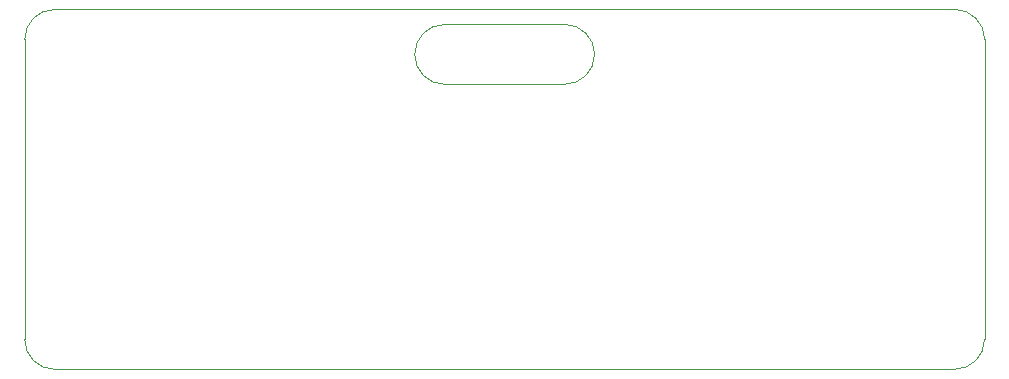
<source format=gbr>
%TF.GenerationSoftware,KiCad,Pcbnew,5.1.8+dfsg1-1+b1*%
%TF.CreationDate,2021-04-24T17:27:20-05:00*%
%TF.ProjectId,driver,64726976-6572-42e6-9b69-6361645f7063,B*%
%TF.SameCoordinates,Original*%
%TF.FileFunction,Profile,NP*%
%FSLAX46Y46*%
G04 Gerber Fmt 4.6, Leading zero omitted, Abs format (unit mm)*
G04 Created by KiCad (PCBNEW 5.1.8+dfsg1-1+b1) date 2021-04-24 17:27:20*
%MOMM*%
%LPD*%
G01*
G04 APERTURE LIST*
%TA.AperFunction,Profile*%
%ADD10C,0.100000*%
%TD*%
G04 APERTURE END LIST*
D10*
X121920000Y-85090000D02*
G75*
G02*
X119380000Y-82550000I0J2540000D01*
G01*
X165100000Y-78740000D02*
X88900000Y-78740000D01*
X119380000Y-82550000D02*
G75*
G02*
X121920000Y-80010000I2540000J0D01*
G01*
X132080000Y-80010000D02*
G75*
G02*
X134620000Y-82550000I0J-2540000D01*
G01*
X134620000Y-82550000D02*
G75*
G02*
X132080000Y-85090000I-2540000J0D01*
G01*
X132080000Y-80010000D02*
X121920000Y-80010000D01*
X132080000Y-85090000D02*
X121920000Y-85090000D01*
X165100000Y-109220000D02*
X88900000Y-109220000D01*
X86360000Y-81280000D02*
X86360000Y-106680000D01*
X167640000Y-106680000D02*
X167640000Y-81280000D01*
X86360000Y-81280000D02*
G75*
G02*
X88900000Y-78740000I2540000J0D01*
G01*
X88900000Y-109220000D02*
G75*
G02*
X86360000Y-106680000I0J2540000D01*
G01*
X167640000Y-106680000D02*
G75*
G02*
X165100000Y-109220000I-2540000J0D01*
G01*
X165100000Y-78740000D02*
G75*
G02*
X167640000Y-81280000I0J-2540000D01*
G01*
M02*

</source>
